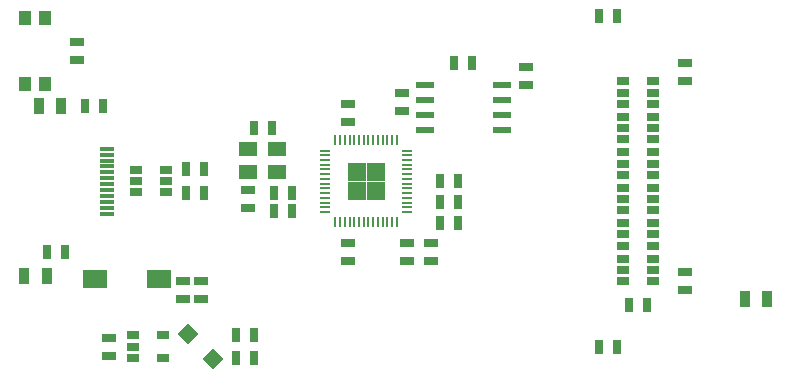
<source format=gbr>
%TF.GenerationSoftware,KiCad,Pcbnew,6.0.0*%
%TF.CreationDate,2022-09-17T11:35:23+02:00*%
%TF.ProjectId,cowprobe-rp,636f7770-726f-4626-952d-72702e6b6963,1*%
%TF.SameCoordinates,Original*%
%TF.FileFunction,Paste,Top*%
%TF.FilePolarity,Positive*%
%FSLAX46Y46*%
G04 Gerber Fmt 4.6, Leading zero omitted, Abs format (unit mm)*
G04 Created by KiCad (PCBNEW 6.0.0) date 2022-09-17 11:35:23*
%MOMM*%
%LPD*%
G01*
G04 APERTURE LIST*
G04 Aperture macros list*
%AMRotRect*
0 Rectangle, with rotation*
0 The origin of the aperture is its center*
0 $1 length*
0 $2 width*
0 $3 Rotation angle, in degrees counterclockwise*
0 Add horizontal line*
21,1,$1,$2,0,0,$3*%
G04 Aperture macros list end*
%ADD10R,1.000760X0.701040*%
%ADD11R,1.143000X0.635000*%
%ADD12R,0.635000X1.143000*%
%ADD13R,0.200000X0.875000*%
%ADD14R,0.875000X0.200000*%
%ADD15R,1.600000X1.600000*%
%ADD16R,1.600000X0.550000*%
%ADD17R,1.500000X1.200000*%
%ADD18R,0.889000X1.397000*%
%ADD19R,1.200000X0.300000*%
%ADD20R,1.000000X1.200000*%
%ADD21R,2.000000X1.500000*%
%ADD22RotRect,1.300000X1.300000X45.000000*%
G04 APERTURE END LIST*
D10*
%TO.C,U2*%
X122230000Y-118047500D03*
X122230000Y-119000000D03*
X122230000Y-119952500D03*
X124770000Y-119952500D03*
X124770000Y-118047500D03*
%TD*%
D11*
%TO.C,C7*%
X169000000Y-112688000D03*
X169000000Y-114212000D03*
%TD*%
D12*
%TO.C,C4*%
X130988000Y-120000000D03*
X132512000Y-120000000D03*
%TD*%
%TO.C,R4*%
X126738000Y-104000000D03*
X128262000Y-104000000D03*
%TD*%
%TO.C,C21*%
X134012000Y-100500000D03*
X132488000Y-100500000D03*
%TD*%
D13*
%TO.C,U1*%
X144600000Y-101550000D03*
X144200000Y-101550000D03*
X143800000Y-101550000D03*
X143400000Y-101550000D03*
X143000000Y-101550000D03*
X142600000Y-101550000D03*
X142200000Y-101550000D03*
X141800000Y-101550000D03*
X141400000Y-101550000D03*
X141000000Y-101550000D03*
X140600000Y-101550000D03*
X140200000Y-101550000D03*
X139800000Y-101550000D03*
X139400000Y-101550000D03*
D14*
X138550000Y-102400000D03*
X138550000Y-102800000D03*
X138550000Y-103200000D03*
X138550000Y-103600000D03*
X138550000Y-104000000D03*
X138550000Y-104400000D03*
X138550000Y-104800000D03*
X138550000Y-105200000D03*
X138550000Y-105600000D03*
X138550000Y-106000000D03*
X138550000Y-106400000D03*
X138550000Y-106800000D03*
X138550000Y-107200000D03*
X138550000Y-107600000D03*
D13*
X139400000Y-108450000D03*
X139800000Y-108450000D03*
X140200000Y-108450000D03*
X140600000Y-108450000D03*
X141000000Y-108450000D03*
X141400000Y-108450000D03*
X141800000Y-108450000D03*
X142200000Y-108450000D03*
X142600000Y-108450000D03*
X143000000Y-108450000D03*
X143400000Y-108450000D03*
X143800000Y-108450000D03*
X144200000Y-108450000D03*
X144600000Y-108450000D03*
D14*
X145450000Y-107600000D03*
X145450000Y-107200000D03*
X145450000Y-106800000D03*
X145450000Y-106400000D03*
X145450000Y-106000000D03*
X145450000Y-105600000D03*
X145450000Y-105200000D03*
X145450000Y-104800000D03*
X145450000Y-104400000D03*
X145450000Y-104000000D03*
X145450000Y-103600000D03*
X145450000Y-103200000D03*
X145450000Y-102800000D03*
X145450000Y-102400000D03*
D15*
X141200000Y-104200000D03*
X142800000Y-104200000D03*
X141200000Y-105800000D03*
X142800000Y-105800000D03*
%TD*%
D11*
%TO.C,C13*%
X145050000Y-99012000D03*
X145050000Y-97488000D03*
%TD*%
D10*
%TO.C,U7*%
X163730000Y-96547500D03*
X163730000Y-97500000D03*
X163730000Y-98452500D03*
X166270000Y-98452500D03*
X166270000Y-97500000D03*
X166270000Y-96547500D03*
%TD*%
D12*
%TO.C,C26*%
X161738000Y-119000000D03*
X163262000Y-119000000D03*
%TD*%
D10*
%TO.C,U8*%
X163730000Y-99547500D03*
X163730000Y-100500000D03*
X163730000Y-101452500D03*
X166270000Y-101452500D03*
X166270000Y-100500000D03*
X166270000Y-99547500D03*
%TD*%
D16*
%TO.C,U9*%
X147000000Y-96845000D03*
X147000000Y-98115000D03*
X147000000Y-99385000D03*
X147000000Y-100655000D03*
X153500000Y-100655000D03*
X153500000Y-99385000D03*
X153500000Y-98115000D03*
X153500000Y-96845000D03*
%TD*%
D12*
%TO.C,R2*%
X151012000Y-95000000D03*
X149488000Y-95000000D03*
%TD*%
D17*
%TO.C,X1*%
X134500000Y-102250000D03*
X132000000Y-102250000D03*
X132000000Y-104250000D03*
X134500000Y-104250000D03*
%TD*%
D12*
%TO.C,L2*%
X164238000Y-115500000D03*
X165762000Y-115500000D03*
%TD*%
D11*
%TO.C,C17*%
X145500000Y-110238000D03*
X145500000Y-111762000D03*
%TD*%
D18*
%TO.C,D2*%
X114297500Y-98650000D03*
X116202500Y-98650000D03*
%TD*%
D12*
%TO.C,C10*%
X148238000Y-108500000D03*
X149762000Y-108500000D03*
%TD*%
%TO.C,C2*%
X114988000Y-111000000D03*
X116512000Y-111000000D03*
%TD*%
D11*
%TO.C,C18*%
X147500000Y-110238000D03*
X147500000Y-111762000D03*
%TD*%
D12*
%TO.C,C15*%
X135762000Y-106000000D03*
X134238000Y-106000000D03*
%TD*%
D11*
%TO.C,C23*%
X126500000Y-113488000D03*
X126500000Y-115012000D03*
%TD*%
D12*
%TO.C,C25*%
X161738000Y-91000000D03*
X163262000Y-91000000D03*
%TD*%
D10*
%TO.C,U3*%
X163730000Y-105547500D03*
X163730000Y-106500000D03*
X163730000Y-107452500D03*
X166270000Y-107452500D03*
X166270000Y-106500000D03*
X166270000Y-105547500D03*
%TD*%
%TO.C,U6*%
X163730000Y-108547500D03*
X163730000Y-109500000D03*
X163730000Y-110452500D03*
X166270000Y-110452500D03*
X166270000Y-109500000D03*
X166270000Y-108547500D03*
%TD*%
D19*
%TO.C,P1*%
X120060000Y-102250000D03*
X120060000Y-102750000D03*
X120060000Y-103250000D03*
X120060000Y-103750000D03*
X120060000Y-104250000D03*
X120060000Y-104750000D03*
X120060000Y-105250000D03*
X120060000Y-105750000D03*
X120060000Y-106250000D03*
X120060000Y-106750000D03*
X120060000Y-107250000D03*
X120060000Y-107750000D03*
%TD*%
D12*
%TO.C,C5*%
X130988000Y-118000000D03*
X132512000Y-118000000D03*
%TD*%
%TO.C,C12*%
X148238000Y-105000000D03*
X149762000Y-105000000D03*
%TD*%
D18*
%TO.C,C9*%
X174047500Y-115000000D03*
X175952500Y-115000000D03*
%TD*%
D10*
%TO.C,U5*%
X163730000Y-111547500D03*
X163730000Y-112500000D03*
X163730000Y-113452500D03*
X166270000Y-113452500D03*
X166270000Y-112500000D03*
X166270000Y-111547500D03*
%TD*%
D11*
%TO.C,C20*%
X155500000Y-96862000D03*
X155500000Y-95338000D03*
%TD*%
D20*
%TO.C,SW1*%
X114850000Y-91200000D03*
X114850000Y-96800000D03*
X113150000Y-91200000D03*
X113150000Y-96800000D03*
%TD*%
D18*
%TO.C,C1*%
X114952500Y-113000000D03*
X113047500Y-113000000D03*
%TD*%
D11*
%TO.C,C8*%
X169000000Y-96512000D03*
X169000000Y-94988000D03*
%TD*%
D21*
%TO.C,SW2*%
X119050000Y-113250000D03*
X124450000Y-113250000D03*
%TD*%
D22*
%TO.C,L1*%
X126940000Y-117940000D03*
X129060000Y-120060000D03*
%TD*%
D10*
%TO.C,U4*%
X163730000Y-102547500D03*
X163730000Y-103500000D03*
X163730000Y-104452500D03*
X166270000Y-104452500D03*
X166270000Y-103500000D03*
X166270000Y-102547500D03*
%TD*%
D11*
%TO.C,R1*%
X128000000Y-115012000D03*
X128000000Y-113488000D03*
%TD*%
%TO.C,C16*%
X140500000Y-110238000D03*
X140500000Y-111762000D03*
%TD*%
D12*
%TO.C,C19*%
X148238000Y-106750000D03*
X149762000Y-106750000D03*
%TD*%
%TO.C,R3*%
X126738000Y-106000000D03*
X128262000Y-106000000D03*
%TD*%
D11*
%TO.C,C22*%
X132000000Y-105738000D03*
X132000000Y-107262000D03*
%TD*%
D12*
%TO.C,R5*%
X118238000Y-98650000D03*
X119762000Y-98650000D03*
%TD*%
D11*
%TO.C,C3*%
X120250000Y-118238000D03*
X120250000Y-119762000D03*
%TD*%
%TO.C,C24*%
X117500000Y-94762000D03*
X117500000Y-93238000D03*
%TD*%
%TO.C,C14*%
X140500000Y-100012000D03*
X140500000Y-98488000D03*
%TD*%
D10*
%TO.C,D1*%
X125020000Y-105952500D03*
X125020000Y-105000000D03*
X125020000Y-104047500D03*
X122480000Y-104047500D03*
X122480000Y-105000000D03*
X122480000Y-105952500D03*
%TD*%
D12*
%TO.C,C11*%
X135762000Y-107500000D03*
X134238000Y-107500000D03*
%TD*%
M02*

</source>
